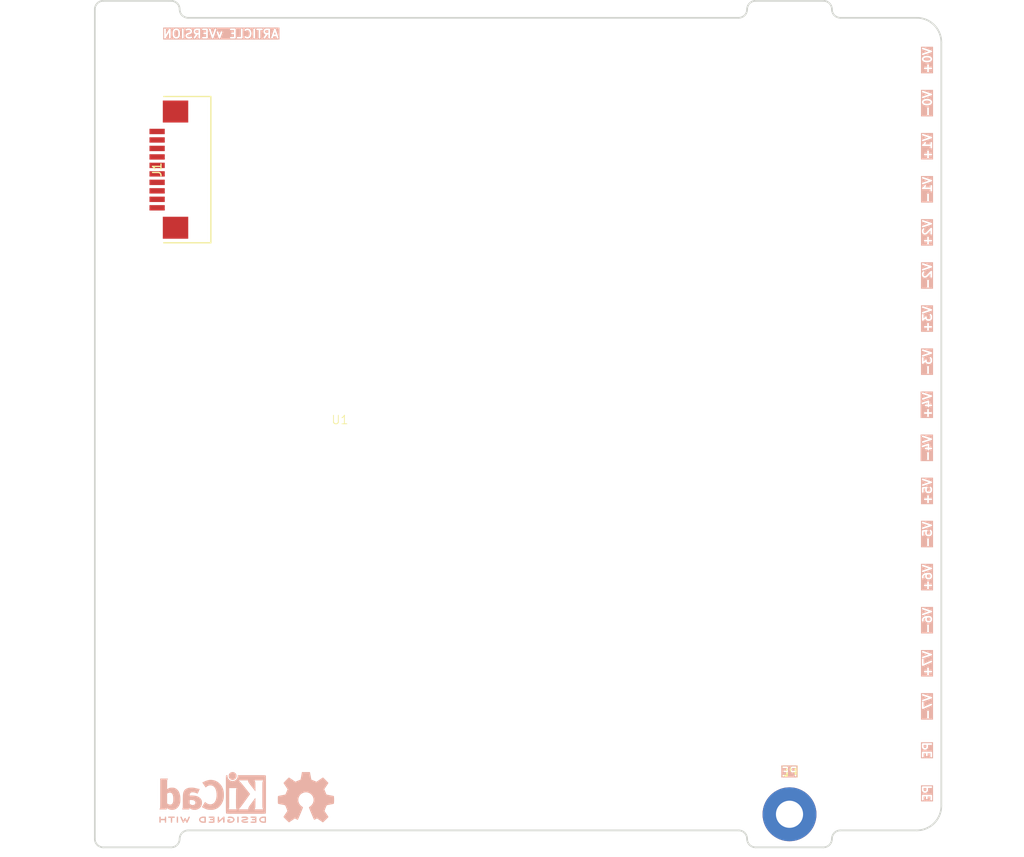
<source format=kicad_pcb>
(kicad_pcb (version 20240108) (generator "pcbnew") (generator_version "8.0")
  (title_block (title "${article} v${version}"))
  (layers (0 "F.Cu" signal) (31 "B.Cu" signal) (34 "B.Paste" user) (35 "F.Paste" user) (36 "B.SilkS" user "B.Silkscreen") (37 "F.SilkS" user "F.Silkscreen") (38 "B.Mask" user) (39 "F.Mask" user) (44 "Edge.Cuts" user))
  (property "article" "ARTICLE")
  (property "version" "VERSION")
  (net 0 "")
  (net 2 "/MOSI")
  (net 3 "/CS")
  (net 4 "/MISO")
  (net 5 "GND")
  (net 6 "/SCK")
  (net 7 "+3.3V")
  (net 8 "+5V")
  (footprint "kicad_inventree_lib:PM-ESP32C3_v0.0.3" (layer "F.Cu") (at 54 100)
    (property "Reference" "U1" (at 0 -0.5 0) (layer "F.SilkS") (effects (font (thickness 0.1))))
    (property "Value" "~")
    (pad "" np_thru_hole circle (at -26 -39) (size 2.2 2.2) (drill 2.2) (layers "*.Cu" "*.Mask"))
    (pad "" np_thru_hole circle (at -26 39) (size 2.2 2.2) (drill 2.2) (layers "*.Cu" "*.Mask"))
    (pad "" np_thru_hole circle (at 10 -45) (size 2.2 2.2) (drill 2.2) (layers "*.Cu" "*.Mask"))
    (pad "" np_thru_hole circle (at 10 45) (size 2.2 2.2) (drill 2.2) (layers "*.Cu" "*.Mask"))
  )
  (footprint "MountingHole:MountingHole_3.2mm_M3" (layer "F.Cu") (at 29 146)
    (property "Reference" "H3" (hide yes))
    (property "Value" "MountingHole")
    (pad "" np_thru_hole circle (at 0 0) (size 3.2 3.2) (drill 3.2) (layers "*.Cu" "*.Mask"))
  )
  (footprint "kicad_inventree_lib:PM-LED_v0.0.2" (layer "F.Cu") (at 110 100)
    (property "Reference" "U2" (hide yes))
    (property "Value" "PM-LED8_v0.0.2")
    (pad "" np_thru_hole circle (at -10 -45) (size 2.2 2.2) (drill 2.2) (layers "*.Cu" "*.Mask"))
    (pad "" np_thru_hole circle (at -10 45) (size 2.2 2.2) (drill 2.2) (layers "*.Cu" "*.Mask"))
    (pad "" np_thru_hole circle (at 4 -45) (size 2.2 2.2) (drill 2.2) (layers "*.Cu" "*.Mask"))
    (pad "" np_thru_hole circle (at 4 45) (size 2.2 2.2) (drill 2.2) (layers "*.Cu" "*.Mask"))
  )
  (footprint "MountingHole:MountingHole_3.2mm_M3" (layer "F.Cu") (at 29 54)
    (property "Reference" "H2" (hide yes))
    (property "Value" "MountingHole")
    (pad "" np_thru_hole circle (at 0 0) (size 3.2 3.2) (drill 3.2) (layers "*.Cu" "*.Mask"))
  )
  (footprint "MountingHole:MountingHole_3.2mm_M3" (layer "F.Cu") (at 107 54)
    (property "Reference" "H1" (hide yes))
    (property "Value" "MountingHole")
    (pad "" np_thru_hole circle (at 0 0) (size 3.2 3.2) (drill 3.2) (layers "*.Cu" "*.Mask"))
  )
  (footprint "kicad_inventree_lib:CONN10_AFA07-S10_JUS" (layer "F.Cu") (at 36 70 90)
    (property "Reference" "J1" (at 0 -3.556 90) (layer "F.SilkS"))
    (property "Value" "AFA07-S10FCC-00")
    (pad "1" smd rect (at -4.499991 -3.556 90) (size 0.635 1.8034) (layers "F.Cu" "F.Paste" "F.Mask") (net 8 "+5V"))
    (pad "2" smd rect (at -3.499993 -3.556 90) (size 0.635 1.8034) (layers "F.Cu" "F.Paste" "F.Mask") (net 7 "+3.3V"))
    (pad "3" smd rect (at -2.499995 -3.556 90) (size 0.635 1.8034) (layers "F.Cu" "F.Paste" "F.Mask"))
    (pad "4" smd rect (at -1.499997 -3.556 90) (size 0.635 1.8034) (layers "F.Cu" "F.Paste" "F.Mask") (net 2 "/MOSI"))
    (pad "5" smd rect (at -0.499999 -3.556 90) (size 0.635 1.8034) (layers "F.Cu" "F.Paste" "F.Mask") (net 4 "/MISO"))
    (pad "6" smd rect (at 0.499999 -3.556 90) (size 0.635 1.8034) (layers "F.Cu" "F.Paste" "F.Mask") (net 6 "/SCK"))
    (pad "7" smd rect (at 1.499997 -3.556 90) (size 0.635 1.8034) (layers "F.Cu" "F.Paste" "F.Mask") (net 3 "/CS"))
    (pad "8" smd rect (at 2.499995 -3.556 90) (size 0.635 1.8034) (layers "F.Cu" "F.Paste" "F.Mask") (net 5 "GND"))
    (pad "9" smd rect (at 3.499993 -3.556 90) (size 0.635 1.8034) (layers "F.Cu" "F.Paste" "F.Mask"))
    (pad "10" smd rect (at 4.499991 -3.556 90) (size 0.635 1.8034) (layers "F.Cu" "F.Paste" "F.Mask"))
    (pad "11" smd rect (at -6.850002 -1.385999 90) (size 2.5908 2.9972) (layers "F.Cu" "F.Paste" "F.Mask"))
    (pad "12" smd rect (at 6.850002 -1.385999 90) (size 2.5908 2.9972) (layers "F.Cu" "F.Paste" "F.Mask"))
  )
  (footprint "kicad_inventree_lib:PE" (layer "F.Cu") (at 107 146)
    (property "Reference" "PE1" (hide yes))
    (property "Value" "PE")
    (pad "1" thru_hole oval (at 0 0) (size 6.35 6.35) (drill 3.2) (layers "*.Cu" "*.Mask"))
  )
  (footprint "Symbol:KiCad-Logo2_5mm_SilkScreen" (layer "B.Cu") (at 39 144 180)
    (property "Reference" "kicad_logo" (hide yes))
    (property "Value" "KiCad-Logo2_5mm_SilkScreen" (hide yes))
  )
  (footprint "Symbol:OSHW-Symbol_6.7x6mm_SilkScreen" (layer "B.Cu") (at 50 144 180)
    (property "Reference" "oshw_logo" (hide yes))
    (property "Value" "OSHW-Symbol_6.7x6mm_SilkScreen" (hide yes))
  )
  (gr_arc (start 122 52.1) (mid 124.05061 52.94939) (end 124.9 55) (stroke (width 0.2)) (layer "Edge.Cuts"))
  (gr_arc (start 111 50.1) (mid 111.707107 50.392893) (end 112 51.1) (stroke (width 0.2)) (layer "Edge.Cuts"))
  (gr_arc (start 34.1 50.1) (mid 34.807107 50.392893) (end 35.1 51.1) (stroke (width 0.2)) (layer "Edge.Cuts"))
  (gr_line (start 26.1 149.9) (end 34.1 149.9) (stroke (width 0.2)) (layer "Edge.Cuts"))
  (gr_arc (start 102 51.1) (mid 101.707107 51.807107) (end 101 52.1) (stroke (width 0.2)) (layer "Edge.Cuts"))
  (gr_arc (start 25.1 51.1) (mid 25.392893 50.392893) (end 26.1 50.1) (stroke (width 0.2)) (layer "Edge.Cuts"))
  (gr_arc (start 35.1 148.9) (mid 34.807107 149.607107) (end 34.1 149.9) (stroke (width 0.2)) (layer "Edge.Cuts"))
  (gr_arc (start 102 51.1) (mid 102.292893 50.392893) (end 103 50.1) (stroke (width 0.2)) (layer "Edge.Cuts"))
  (gr_line (start 36.1 52.1) (end 101 52.1) (stroke (width 0.2)) (layer "Edge.Cuts"))
  (gr_arc (start 112 148.9) (mid 111.707107 149.607107) (end 111 149.9) (stroke (width 0.2)) (layer "Edge.Cuts"))
  (gr_arc (start 36.1 52.1) (mid 35.392893 51.807107) (end 35.1 51.1) (stroke (width 0.2)) (layer "Edge.Cuts"))
  (gr_line (start 101 147.9) (end 36.1 147.9) (stroke (width 0.2)) (layer "Edge.Cuts"))
  (gr_line (start 113 147.9) (end 122 147.9) (stroke (width 0.2)) (layer "Edge.Cuts"))
  (gr_arc (start 103 149.9) (mid 102.292893 149.607107) (end 102 148.9) (stroke (width 0.2)) (layer "Edge.Cuts"))
  (gr_arc (start 26.1 149.9) (mid 25.392893 149.607107) (end 25.1 148.9) (stroke (width 0.2)) (layer "Edge.Cuts"))
  (gr_arc (start 113 52.1) (mid 112.292893 51.807107) (end 112 51.1) (stroke (width 0.2)) (layer "Edge.Cuts"))
  (gr_line (start 124.9 55) (end 124.9 145) (stroke (width 0.2)) (layer "Edge.Cuts"))
  (gr_line (start 26.1 50.1) (end 34.1 50.1) (stroke (width 0.2)) (layer "Edge.Cuts"))
  (gr_arc (start 112 148.9) (mid 112.292893 148.192893) (end 113 147.9) (stroke (width 0.2)) (layer "Edge.Cuts"))
  (gr_line (start 122 52.1) (end 113 52.1) (stroke (width 0.2)) (layer "Edge.Cuts"))
  (gr_line (start 25.1 51.1) (end 25.1 148.9) (stroke (width 0.2)) (layer "Edge.Cuts"))
  (gr_arc (start 124.9 145) (mid 124.05061 147.05061) (end 122 147.9) (stroke (width 0.2)) (layer "Edge.Cuts"))
  (gr_arc (start 35.1 148.9) (mid 35.392891 148.192891) (end 36.1 147.9) (stroke (width 0.2)) (layer "Edge.Cuts"))
  (gr_line (start 111 50.1) (end 103 50.1) (stroke (width 0.2)) (layer "Edge.Cuts"))
  (gr_line (start 103 149.9) (end 111 149.9) (stroke (width 0.2)) (layer "Edge.Cuts"))
  (gr_arc (start 101 147.9) (mid 101.707107 148.192893) (end 102 148.9) (stroke (width 0.2)) (layer "Edge.Cuts"))
  (gr_text "V1+" (at 123.26 67.31 90) (layer "B.SilkS" knockout) (effects (font (size 1 1) (thickness 0.2) (bold yes)) (justify mirror)))
  (gr_text "V7-" (at 123.26 133.35 90) (layer "B.SilkS" knockout) (effects (font (size 1 1) (thickness 0.2) (bold yes)) (justify mirror)))
  (gr_text "V2-" (at 123.26 82.55 90) (layer "B.SilkS" knockout) (effects (font (size 1 1) (thickness 0.2) (bold yes)) (justify mirror)))
  (gr_text "V5+" (at 123.26 107.95 90) (layer "B.SilkS" knockout) (effects (font (size 1 1) (thickness 0.2) (bold yes)) (justify mirror)))
  (gr_text "V1-" (at 123.26 72.39 90) (layer "B.SilkS" knockout) (effects (font (size 1 1) (thickness 0.2) (bold yes)) (justify mirror)))
  (gr_text "PE" (at 123.26 138.43 90) (layer "B.SilkS" knockout) (effects (font (size 1 1) (thickness 0.2) (bold yes)) (justify mirror)))
  (gr_text "V4+" (at 123.26 97.79 90) (layer "B.SilkS" knockout) (effects (font (size 1 1) (thickness 0.2) (bold yes)) (justify mirror)))
  (gr_text "V7+" (at 123.26 128.27 90) (layer "B.SilkS" knockout) (effects (font (size 1 1) (thickness 0.2) (bold yes)) (justify mirror)))
  (gr_text "V3-" (at 123.26 92.71 90) (layer "B.SilkS" knockout) (effects (font (size 1 1) (thickness 0.2) (bold yes)) (justify mirror)))
  (gr_text "V6-" (at 123.26 123.19 90) (layer "B.SilkS" knockout) (effects (font (size 1 1) (thickness 0.2) (bold yes)) (justify mirror)))
  (gr_text "V3+" (at 123.26 87.63 90) (layer "B.SilkS" knockout) (effects (font (size 1 1) (thickness 0.2) (bold yes)) (justify mirror)))
  (gr_text "V0-" (at 123.26 62.23 90) (layer "B.SilkS" knockout) (effects (font (size 1 1) (thickness 0.2) (bold yes)) (justify mirror)))
  (gr_text "V0+" (at 123.26 57.15 90) (layer "B.SilkS" knockout) (effects (font (size 1 1) (thickness 0.2) (bold yes)) (justify mirror)))
  (gr_text "PE" (at 123.26 143.51 90) (layer "B.SilkS" knockout) (effects (font (size 1 1) (thickness 0.2) (bold yes)) (justify mirror)))
  (gr_text "V6+" (at 123.26 118.11 90) (layer "B.SilkS" knockout) (effects (font (size 1 1) (thickness 0.2) (bold yes)) (justify mirror)))
  (gr_text "V4-" (at 123.26 102.87 90) (layer "B.SilkS" knockout) (effects (font (size 1 1) (thickness 0.2) (bold yes)) (justify mirror)))
  (gr_text "${article} v${version}" (at 33 54 0) (layer "B.SilkS" knockout) (effects (font (size 1 1) (thickness 0.2) (bold yes)) (justify right mirror)))
  (gr_text "V5-" (at 123.26 113.03 90) (layer "B.SilkS" knockout) (effects (font (size 1 1) (thickness 0.2) (bold yes)) (justify mirror)))
  (gr_text "V2+" (at 123.26 77.47 90) (layer "B.SilkS" knockout) (effects (font (size 1 1) (thickness 0.2) (bold yes)) (justify mirror)))
  (gr_text "PE" (at 107 141 -0) (layer "B.SilkS" knockout) (effects (font (size 1 1) (thickness 0.2) (bold yes)) (justify mirror)))
  (gr_text "PE" (at 107 141 0) (layer "F.SilkS" knockout) (effects (font (size 1 1) (thickness 0.2) (bold yes))))
)
</source>
